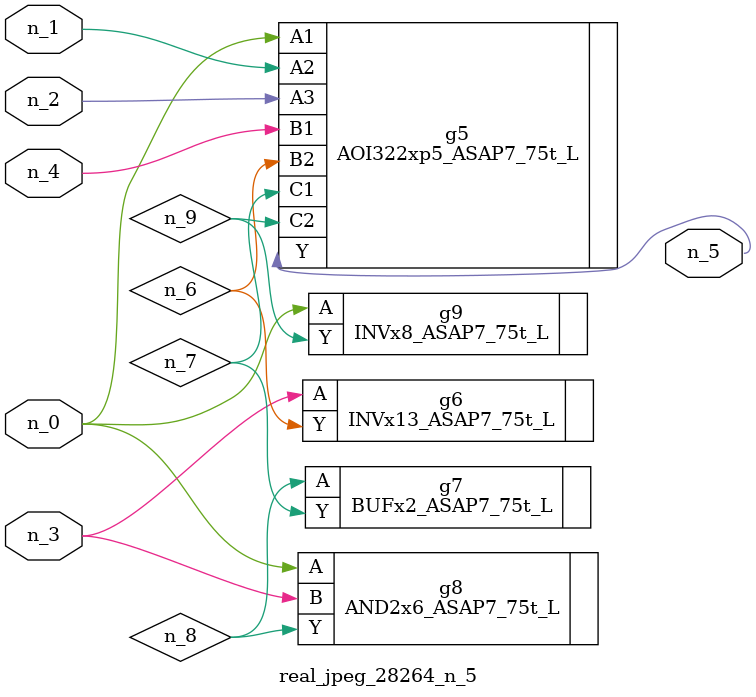
<source format=v>
module real_jpeg_28264_n_5 (n_4, n_0, n_1, n_2, n_3, n_5);

input n_4;
input n_0;
input n_1;
input n_2;
input n_3;

output n_5;

wire n_8;
wire n_6;
wire n_7;
wire n_9;

AOI322xp5_ASAP7_75t_L g5 ( 
.A1(n_0),
.A2(n_1),
.A3(n_2),
.B1(n_4),
.B2(n_6),
.C1(n_7),
.C2(n_9),
.Y(n_5)
);

AND2x6_ASAP7_75t_L g8 ( 
.A(n_0),
.B(n_3),
.Y(n_8)
);

INVx8_ASAP7_75t_L g9 ( 
.A(n_0),
.Y(n_9)
);

INVx13_ASAP7_75t_L g6 ( 
.A(n_3),
.Y(n_6)
);

BUFx2_ASAP7_75t_L g7 ( 
.A(n_8),
.Y(n_7)
);


endmodule
</source>
